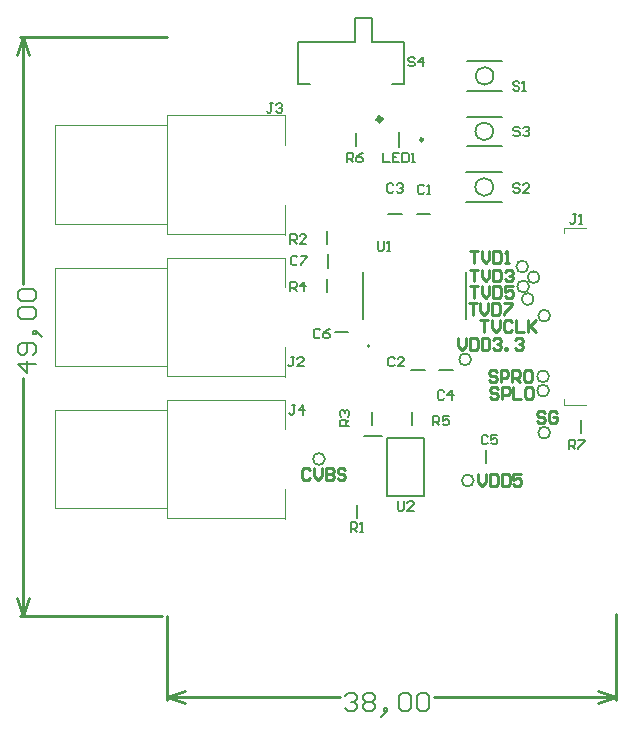
<source format=gto>
G04 Layer_Color=65535*
%FSLAX24Y24*%
%MOIN*%
G70*
G01*
G75*
%ADD24C,0.0079*%
%ADD26C,0.0157*%
%ADD45C,0.0098*%
%ADD46C,0.0100*%
%ADD47C,0.0039*%
%ADD48C,0.0050*%
%ADD49C,0.0060*%
D24*
X6731Y8989D02*
G03*
X6731Y8989I-39J0D01*
G01*
X10870Y17992D02*
G03*
X10870Y17992I-295J0D01*
G01*
X10856Y16146D02*
G03*
X10856Y16146I-295J0D01*
G01*
X10853Y14291D02*
G03*
X10853Y14291I-295J0D01*
G01*
X10207Y4506D02*
G03*
X10207Y4506I-197J0D01*
G01*
X10118Y8543D02*
G03*
X10118Y8543I-197J0D01*
G01*
X12205Y10555D02*
G03*
X12205Y10555I-197J0D01*
G01*
X12054Y10973D02*
G03*
X12054Y10973I-197J0D01*
G01*
X12402Y11283D02*
G03*
X12402Y11283I-197J0D01*
G01*
X12024Y11637D02*
G03*
X12024Y11637I-197J0D01*
G01*
X12756Y10000D02*
G03*
X12756Y10000I-197J0D01*
G01*
X12717Y7976D02*
G03*
X12717Y7976I-197J0D01*
G01*
Y7504D02*
G03*
X12717Y7504I-197J0D01*
G01*
X5246Y5226D02*
G03*
X5246Y5226I-197J0D01*
G01*
X12756Y6102D02*
G03*
X12756Y6102I-197J0D01*
G01*
X4347Y17717D02*
X4741D01*
X7497D02*
X7891D01*
X7891Y19134D02*
X7891Y17717D01*
X6828Y19134D02*
X7891D01*
X6828D02*
Y19921D01*
X6237D02*
X6828D01*
X6237Y19134D02*
Y19921D01*
X4347Y19134D02*
X6237D01*
X4347Y17717D02*
X4347Y19134D01*
X6273Y15640D02*
Y16073D01*
X5315Y12382D02*
Y12815D01*
Y10800D02*
Y11233D01*
X5354Y11592D02*
Y12045D01*
X5583Y9449D02*
X6035D01*
X7352Y13401D02*
X7805D01*
X9049Y8189D02*
X9502D01*
X6811Y6358D02*
Y6791D01*
X8148Y6340D02*
Y6773D01*
X6308Y3248D02*
Y3681D01*
X7302Y5925D02*
X8561D01*
Y3996D02*
Y5925D01*
X7302Y3996D02*
X8561D01*
X7302D02*
Y5925D01*
X6563Y5976D02*
X7164D01*
X10632Y5080D02*
Y5533D01*
X9984Y17500D02*
X11166Y17500D01*
X9984Y18484D02*
X11166Y18484D01*
X9970Y15654D02*
X11151Y15654D01*
X9970Y16638D02*
X11151Y16638D01*
X9968Y13799D02*
X11149Y13799D01*
X9968Y14783D02*
X11149Y14783D01*
X13780Y6083D02*
Y6516D01*
X8314Y13396D02*
X8767D01*
X8120Y8189D02*
X8573D01*
X7715Y15610D02*
Y16122D01*
X8556Y14318D02*
X8504Y14370D01*
X8399D01*
X8346Y14318D01*
Y14108D01*
X8399Y14055D01*
X8504D01*
X8556Y14108D01*
X8661Y14055D02*
X8766D01*
X8714D01*
Y14370D01*
X8661Y14318D01*
X7572Y8569D02*
X7520Y8622D01*
X7415D01*
X7362Y8569D01*
Y8360D01*
X7415Y8307D01*
X7520D01*
X7572Y8360D01*
X7887Y8307D02*
X7677D01*
X7887Y8517D01*
Y8569D01*
X7834Y8622D01*
X7730D01*
X7677Y8569D01*
X7533Y14357D02*
X7480Y14409D01*
X7375D01*
X7323Y14357D01*
Y14147D01*
X7375Y14094D01*
X7480D01*
X7533Y14147D01*
X7638Y14357D02*
X7690Y14409D01*
X7795D01*
X7848Y14357D01*
Y14304D01*
X7795Y14252D01*
X7743D01*
X7795D01*
X7848Y14199D01*
Y14147D01*
X7795Y14094D01*
X7690D01*
X7638Y14147D01*
X9226Y7467D02*
X9173Y7520D01*
X9068D01*
X9016Y7467D01*
Y7257D01*
X9068Y7205D01*
X9173D01*
X9226Y7257D01*
X9488Y7205D02*
Y7520D01*
X9331Y7362D01*
X9541D01*
X10682Y5971D02*
X10630Y6024D01*
X10525D01*
X10472Y5971D01*
Y5761D01*
X10525Y5709D01*
X10630D01*
X10682Y5761D01*
X10997Y6024D02*
X10787D01*
Y5866D01*
X10892Y5919D01*
X10945D01*
X10997Y5866D01*
Y5761D01*
X10945Y5709D01*
X10840D01*
X10787Y5761D01*
X5092Y9514D02*
X5039Y9567D01*
X4934D01*
X4882Y9514D01*
Y9304D01*
X4934Y9252D01*
X5039D01*
X5092Y9304D01*
X5407Y9567D02*
X5302Y9514D01*
X5197Y9409D01*
Y9304D01*
X5249Y9252D01*
X5354D01*
X5407Y9304D01*
Y9357D01*
X5354Y9409D01*
X5197D01*
X4334Y11941D02*
X4282Y11993D01*
X4177D01*
X4124Y11941D01*
Y11731D01*
X4177Y11679D01*
X4282D01*
X4334Y11731D01*
X4439Y11993D02*
X4649D01*
Y11941D01*
X4439Y11731D01*
Y11679D01*
X13622Y13386D02*
X13517D01*
X13569D01*
Y13123D01*
X13517Y13071D01*
X13464D01*
X13412Y13123D01*
X13727Y13071D02*
X13832D01*
X13779D01*
Y13386D01*
X13727Y13333D01*
X6102Y2795D02*
Y3110D01*
X6260D01*
X6312Y3058D01*
Y2953D01*
X6260Y2900D01*
X6102D01*
X6207D02*
X6312Y2795D01*
X6417D02*
X6522D01*
X6470D01*
Y3110D01*
X6417Y3058D01*
X6063Y6321D02*
X5748D01*
Y6479D01*
X5801Y6531D01*
X5906D01*
X5958Y6479D01*
Y6321D01*
Y6426D02*
X6063Y6531D01*
X5801Y6636D02*
X5748Y6688D01*
Y6793D01*
X5801Y6846D01*
X5853D01*
X5906Y6793D01*
Y6741D01*
Y6793D01*
X5958Y6846D01*
X6011D01*
X6063Y6793D01*
Y6688D01*
X6011Y6636D01*
X8858Y6340D02*
Y6655D01*
X9016D01*
X9068Y6602D01*
Y6497D01*
X9016Y6445D01*
X8858D01*
X8963D02*
X9068Y6340D01*
X9383Y6655D02*
X9173D01*
Y6497D01*
X9278Y6550D01*
X9331D01*
X9383Y6497D01*
Y6392D01*
X9331Y6340D01*
X9226D01*
X9173Y6392D01*
X5984Y15118D02*
Y15433D01*
X6142D01*
X6194Y15380D01*
Y15276D01*
X6142Y15223D01*
X5984D01*
X6089D02*
X6194Y15118D01*
X6509Y15433D02*
X6404Y15380D01*
X6299Y15276D01*
Y15171D01*
X6352Y15118D01*
X6457D01*
X6509Y15171D01*
Y15223D01*
X6457Y15276D01*
X6299D01*
X13386Y5551D02*
Y5866D01*
X13543D01*
X13596Y5814D01*
Y5709D01*
X13543Y5656D01*
X13386D01*
X13491D02*
X13596Y5551D01*
X13701Y5866D02*
X13911D01*
Y5814D01*
X13701Y5604D01*
Y5551D01*
X7677Y3819D02*
Y3556D01*
X7730Y3504D01*
X7835D01*
X7887Y3556D01*
Y3819D01*
X8202Y3504D02*
X7992D01*
X8202Y3714D01*
Y3766D01*
X8149Y3819D01*
X8044D01*
X7992Y3766D01*
X4226Y8622D02*
X4121D01*
X4173D01*
Y8360D01*
X4121Y8308D01*
X4068D01*
X4016Y8360D01*
X4541Y8308D02*
X4331D01*
X4541Y8518D01*
Y8570D01*
X4488Y8622D01*
X4383D01*
X4331Y8570D01*
X3517Y17087D02*
X3412D01*
X3465D01*
Y16824D01*
X3412Y16772D01*
X3360D01*
X3307Y16824D01*
X3622Y17034D02*
X3674Y17087D01*
X3779D01*
X3832Y17034D01*
Y16982D01*
X3779Y16929D01*
X3727D01*
X3779D01*
X3832Y16877D01*
Y16824D01*
X3779Y16772D01*
X3674D01*
X3622Y16824D01*
X4265Y7008D02*
X4160D01*
X4213D01*
Y6745D01*
X4160Y6693D01*
X4108D01*
X4055Y6745D01*
X4527Y6693D02*
Y7008D01*
X4370Y6850D01*
X4580D01*
X7198Y15433D02*
Y15118D01*
X7408D01*
X7723Y15433D02*
X7513D01*
Y15118D01*
X7723D01*
X7513Y15276D02*
X7618D01*
X7828Y15433D02*
Y15118D01*
X7986D01*
X8038Y15171D01*
Y15380D01*
X7986Y15433D01*
X7828D01*
X8143Y15118D02*
X8248D01*
X8195D01*
Y15433D01*
X8143Y15380D01*
X4094Y12402D02*
Y12716D01*
X4252D01*
X4304Y12664D01*
Y12559D01*
X4252Y12507D01*
X4094D01*
X4199D02*
X4304Y12402D01*
X4619D02*
X4409D01*
X4619Y12611D01*
Y12664D01*
X4567Y12716D01*
X4462D01*
X4409Y12664D01*
X4094Y10816D02*
Y11131D01*
X4252D01*
X4304Y11079D01*
Y10974D01*
X4252Y10921D01*
X4094D01*
X4199D02*
X4304Y10816D01*
X4567D02*
Y11131D01*
X4409Y10974D01*
X4619D01*
X8241Y18569D02*
X8189Y18622D01*
X8084D01*
X8031Y18569D01*
Y18517D01*
X8084Y18465D01*
X8189D01*
X8241Y18412D01*
Y18360D01*
X8189Y18307D01*
X8084D01*
X8031Y18360D01*
X8504Y18307D02*
Y18622D01*
X8346Y18465D01*
X8556D01*
X11745Y14357D02*
X11693Y14409D01*
X11588D01*
X11535Y14357D01*
Y14304D01*
X11588Y14252D01*
X11693D01*
X11745Y14199D01*
Y14147D01*
X11693Y14094D01*
X11588D01*
X11535Y14147D01*
X12060Y14094D02*
X11850D01*
X12060Y14304D01*
Y14357D01*
X12008Y14409D01*
X11903D01*
X11850Y14357D01*
X11745Y16247D02*
X11693Y16299D01*
X11588D01*
X11535Y16247D01*
Y16194D01*
X11588Y16142D01*
X11693D01*
X11745Y16089D01*
Y16037D01*
X11693Y15984D01*
X11588D01*
X11535Y16037D01*
X11850Y16247D02*
X11903Y16299D01*
X12008D01*
X12060Y16247D01*
Y16194D01*
X12008Y16142D01*
X11955D01*
X12008D01*
X12060Y16089D01*
Y16037D01*
X12008Y15984D01*
X11903D01*
X11850Y16037D01*
X11730Y17762D02*
X11677Y17815D01*
X11572D01*
X11520Y17762D01*
Y17710D01*
X11572Y17657D01*
X11677D01*
X11730Y17605D01*
Y17552D01*
X11677Y17500D01*
X11572D01*
X11520Y17552D01*
X11835Y17500D02*
X11940D01*
X11887D01*
Y17815D01*
X11835Y17762D01*
X7008Y12480D02*
Y12218D01*
X7060Y12165D01*
X7165D01*
X7218Y12218D01*
Y12480D01*
X7323Y12165D02*
X7428D01*
X7375D01*
Y12480D01*
X7323Y12428D01*
D26*
X7128Y16551D02*
G03*
X7128Y16551I-65J0D01*
G01*
D45*
X8513Y15866D02*
G03*
X8513Y15866I-49J0D01*
G01*
X10354Y4724D02*
Y4462D01*
X10486Y4331D01*
X10617Y4462D01*
Y4724D01*
X10748D02*
Y4331D01*
X10945D01*
X11010Y4396D01*
Y4659D01*
X10945Y4724D01*
X10748D01*
X11141D02*
Y4331D01*
X11338D01*
X11404Y4396D01*
Y4659D01*
X11338Y4724D01*
X11141D01*
X11797D02*
X11535D01*
Y4527D01*
X11666Y4593D01*
X11732D01*
X11797Y4527D01*
Y4396D01*
X11732Y4331D01*
X11601D01*
X11535Y4396D01*
X9685Y9252D02*
Y8989D01*
X9816Y8858D01*
X9947Y8989D01*
Y9252D01*
X10079D02*
Y8858D01*
X10275D01*
X10341Y8924D01*
Y9186D01*
X10275Y9252D01*
X10079D01*
X10472D02*
Y8858D01*
X10669D01*
X10735Y8924D01*
Y9186D01*
X10669Y9252D01*
X10472D01*
X10866Y9186D02*
X10931Y9252D01*
X11063D01*
X11128Y9186D01*
Y9121D01*
X11063Y9055D01*
X10997D01*
X11063D01*
X11128Y8989D01*
Y8924D01*
X11063Y8858D01*
X10931D01*
X10866Y8924D01*
X11259Y8858D02*
Y8924D01*
X11325D01*
Y8858D01*
X11259D01*
X11587Y9186D02*
X11653Y9252D01*
X11784D01*
X11850Y9186D01*
Y9121D01*
X11784Y9055D01*
X11718D01*
X11784D01*
X11850Y8989D01*
Y8924D01*
X11784Y8858D01*
X11653D01*
X11587Y8924D01*
X10039Y10433D02*
X10302D01*
X10171D01*
Y10039D01*
X10433Y10433D02*
Y10171D01*
X10564Y10039D01*
X10695Y10171D01*
Y10433D01*
X10827D02*
Y10039D01*
X11023D01*
X11089Y10105D01*
Y10367D01*
X11023Y10433D01*
X10827D01*
X11220D02*
X11482D01*
Y10367D01*
X11220Y10105D01*
Y10039D01*
X10079Y10984D02*
X10341D01*
X10210D01*
Y10591D01*
X10472Y10984D02*
Y10722D01*
X10604Y10591D01*
X10735Y10722D01*
Y10984D01*
X10866D02*
Y10591D01*
X11063D01*
X11128Y10656D01*
Y10919D01*
X11063Y10984D01*
X10866D01*
X11522D02*
X11259D01*
Y10787D01*
X11391Y10853D01*
X11456D01*
X11522Y10787D01*
Y10656D01*
X11456Y10591D01*
X11325D01*
X11259Y10656D01*
X10079Y11535D02*
X10341D01*
X10210D01*
Y11142D01*
X10472Y11535D02*
Y11273D01*
X10604Y11142D01*
X10735Y11273D01*
Y11535D01*
X10866D02*
Y11142D01*
X11063D01*
X11128Y11207D01*
Y11470D01*
X11063Y11535D01*
X10866D01*
X11259Y11470D02*
X11325Y11535D01*
X11456D01*
X11522Y11470D01*
Y11404D01*
X11456Y11339D01*
X11391D01*
X11456D01*
X11522Y11273D01*
Y11207D01*
X11456Y11142D01*
X11325D01*
X11259Y11207D01*
X10079Y12165D02*
X10341D01*
X10210D01*
Y11772D01*
X10472Y12165D02*
Y11903D01*
X10604Y11772D01*
X10735Y11903D01*
Y12165D01*
X10866D02*
Y11772D01*
X11063D01*
X11128Y11837D01*
Y12100D01*
X11063Y12165D01*
X10866D01*
X11259Y11772D02*
X11391D01*
X11325D01*
Y12165D01*
X11259Y12100D01*
X10433Y9842D02*
X10695D01*
X10564D01*
Y9449D01*
X10827Y9842D02*
Y9580D01*
X10958Y9449D01*
X11089Y9580D01*
Y9842D01*
X11483Y9777D02*
X11417Y9842D01*
X11286D01*
X11220Y9777D01*
Y9514D01*
X11286Y9449D01*
X11417D01*
X11483Y9514D01*
X11614Y9842D02*
Y9449D01*
X11876D01*
X12007Y9842D02*
Y9449D01*
Y9580D01*
X12270Y9842D01*
X12073Y9646D01*
X12270Y9449D01*
X10971Y8123D02*
X10905Y8189D01*
X10774D01*
X10709Y8123D01*
Y8058D01*
X10774Y7992D01*
X10905D01*
X10971Y7926D01*
Y7861D01*
X10905Y7795D01*
X10774D01*
X10709Y7861D01*
X11102Y7795D02*
Y8189D01*
X11299D01*
X11365Y8123D01*
Y7992D01*
X11299Y7926D01*
X11102D01*
X11496Y7795D02*
Y8189D01*
X11693D01*
X11758Y8123D01*
Y7992D01*
X11693Y7926D01*
X11496D01*
X11627D02*
X11758Y7795D01*
X12086Y8189D02*
X11955D01*
X11889Y8123D01*
Y7861D01*
X11955Y7795D01*
X12086D01*
X12152Y7861D01*
Y8123D01*
X12086Y8189D01*
X11010Y7556D02*
X10945Y7622D01*
X10814D01*
X10748Y7556D01*
Y7490D01*
X10814Y7425D01*
X10945D01*
X11010Y7359D01*
Y7294D01*
X10945Y7228D01*
X10814D01*
X10748Y7294D01*
X11142Y7228D02*
Y7622D01*
X11338D01*
X11404Y7556D01*
Y7425D01*
X11338Y7359D01*
X11142D01*
X11535Y7622D02*
Y7228D01*
X11798D01*
X12126Y7622D02*
X11994D01*
X11929Y7556D01*
Y7294D01*
X11994Y7228D01*
X12126D01*
X12191Y7294D01*
Y7556D01*
X12126Y7622D01*
X12585Y6745D02*
X12520Y6811D01*
X12388D01*
X12323Y6745D01*
Y6680D01*
X12388Y6614D01*
X12520D01*
X12585Y6549D01*
Y6483D01*
X12520Y6417D01*
X12388D01*
X12323Y6483D01*
X12979Y6745D02*
X12913Y6811D01*
X12782D01*
X12716Y6745D01*
Y6483D01*
X12782Y6417D01*
X12913D01*
X12979Y6483D01*
Y6614D01*
X12848D01*
X4751Y4856D02*
X4685Y4921D01*
X4554D01*
X4488Y4856D01*
Y4593D01*
X4554Y4528D01*
X4685D01*
X4751Y4593D01*
X4882Y4921D02*
Y4659D01*
X5013Y4528D01*
X5144Y4659D01*
Y4921D01*
X5275D02*
Y4528D01*
X5472D01*
X5538Y4593D01*
Y4659D01*
X5472Y4724D01*
X5275D01*
X5472D01*
X5538Y4790D01*
Y4856D01*
X5472Y4921D01*
X5275D01*
X5931Y4856D02*
X5866Y4921D01*
X5735D01*
X5669Y4856D01*
Y4790D01*
X5735Y4724D01*
X5866D01*
X5931Y4659D01*
Y4593D01*
X5866Y4528D01*
X5735D01*
X5669Y4593D01*
D46*
X-4929Y19291D02*
X0D01*
X-4929Y0D02*
X-197D01*
X-4829Y11045D02*
Y19291D01*
Y0D02*
Y7926D01*
X-5029Y18691D02*
X-4829Y19291D01*
X-4629Y18691D01*
X-4829Y0D02*
X-4629Y600D01*
X-5029D02*
X-4829Y0D01*
X14961Y-2803D02*
Y53D01*
X0Y-2803D02*
Y0D01*
X8880Y-2703D02*
X14961D01*
X0D02*
X5761D01*
X14361Y-2503D02*
X14961Y-2703D01*
X14361Y-2903D02*
X14961Y-2703D01*
X0D02*
X600Y-2903D01*
X0Y-2703D02*
X600Y-2503D01*
D47*
X13213Y12937D02*
X13952D01*
X13213Y12740D02*
Y12937D01*
Y7031D02*
X13952D01*
X13213D02*
Y7228D01*
X-19Y7195D02*
X-19Y6860D01*
X-19Y7195D02*
X-19Y6860D01*
X3918Y6226D02*
X3919Y7195D01*
X3918Y6226D02*
X3919Y7195D01*
X3918Y4226D02*
X3919Y3226D01*
X3918Y4226D02*
X3919Y3226D01*
X-19Y3258D02*
X-19Y3593D01*
X-19Y3258D02*
X-19Y3593D01*
X-19Y7195D02*
X3919D01*
X-19D02*
X3919D01*
X-19Y3258D02*
X3919D01*
X-19D02*
X3919D01*
X-3759Y3593D02*
Y6860D01*
Y3593D02*
X-19D01*
Y6860D01*
X-3759D02*
X-19D01*
X-19Y11575D02*
X-19Y11910D01*
X-19Y11575D02*
X-19Y11910D01*
X3918Y10941D02*
Y11910D01*
Y10941D02*
Y11910D01*
Y7941D02*
Y8941D01*
Y7941D02*
Y8941D01*
X-19Y8308D02*
X-19Y7973D01*
X-19Y8308D02*
X-19Y7973D01*
Y11910D02*
X3918D01*
X-19D02*
X3918D01*
X-19Y7973D02*
X3918D01*
X-19D02*
X3918D01*
X-3759Y8308D02*
Y11575D01*
Y8308D02*
X-19D01*
Y11575D01*
X-3759D02*
X-19D01*
Y16340D02*
X-19Y16675D01*
X-19Y16340D02*
X-19Y16675D01*
X3918Y15706D02*
Y16675D01*
Y15706D02*
Y16675D01*
Y12706D02*
Y13706D01*
Y12706D02*
Y13706D01*
X-19Y13072D02*
X-19Y12738D01*
X-19Y13072D02*
X-19Y12738D01*
Y16675D02*
X3918D01*
X-19D02*
X3918D01*
X-19Y12738D02*
X3918D01*
X-19D02*
X3918D01*
X-3759Y13072D02*
Y16340D01*
Y13072D02*
X-19D01*
Y16340D01*
X-3759D02*
X-19D01*
D48*
X6508Y9887D02*
Y11458D01*
X9949Y9887D02*
Y11458D01*
D49*
X-4369Y8386D02*
X-4969D01*
X-4669Y8086D01*
Y8486D01*
X-4469Y8686D02*
X-4369Y8786D01*
Y8986D01*
X-4469Y9086D01*
X-4869D01*
X-4969Y8986D01*
Y8786D01*
X-4869Y8686D01*
X-4769D01*
X-4669Y8786D01*
Y9086D01*
X-4269Y9386D02*
X-4369Y9486D01*
X-4469D01*
Y9386D01*
X-4369D01*
Y9486D01*
X-4269Y9386D01*
X-4169Y9286D01*
X-4869Y9886D02*
X-4969Y9986D01*
Y10185D01*
X-4869Y10285D01*
X-4469D01*
X-4369Y10185D01*
Y9986D01*
X-4469Y9886D01*
X-4869D01*
Y10485D02*
X-4969Y10585D01*
Y10785D01*
X-4869Y10885D01*
X-4469D01*
X-4369Y10785D01*
Y10585D01*
X-4469Y10485D01*
X-4869D01*
X5921Y-2663D02*
X6021Y-2563D01*
X6221D01*
X6321Y-2663D01*
Y-2763D01*
X6221Y-2863D01*
X6121D01*
X6221D01*
X6321Y-2963D01*
Y-3063D01*
X6221Y-3163D01*
X6021D01*
X5921Y-3063D01*
X6521Y-2663D02*
X6621Y-2563D01*
X6820D01*
X6920Y-2663D01*
Y-2763D01*
X6820Y-2863D01*
X6920Y-2963D01*
Y-3063D01*
X6820Y-3163D01*
X6621D01*
X6521Y-3063D01*
Y-2963D01*
X6621Y-2863D01*
X6521Y-2763D01*
Y-2663D01*
X6621Y-2863D02*
X6820D01*
X7220Y-3263D02*
X7320Y-3163D01*
Y-3063D01*
X7220D01*
Y-3163D01*
X7320D01*
X7220Y-3263D01*
X7120Y-3363D01*
X7720Y-2663D02*
X7820Y-2563D01*
X8020D01*
X8120Y-2663D01*
Y-3063D01*
X8020Y-3163D01*
X7820D01*
X7720Y-3063D01*
Y-2663D01*
X8320D02*
X8420Y-2563D01*
X8620D01*
X8720Y-2663D01*
Y-3063D01*
X8620Y-3163D01*
X8420D01*
X8320Y-3063D01*
Y-2663D01*
M02*

</source>
